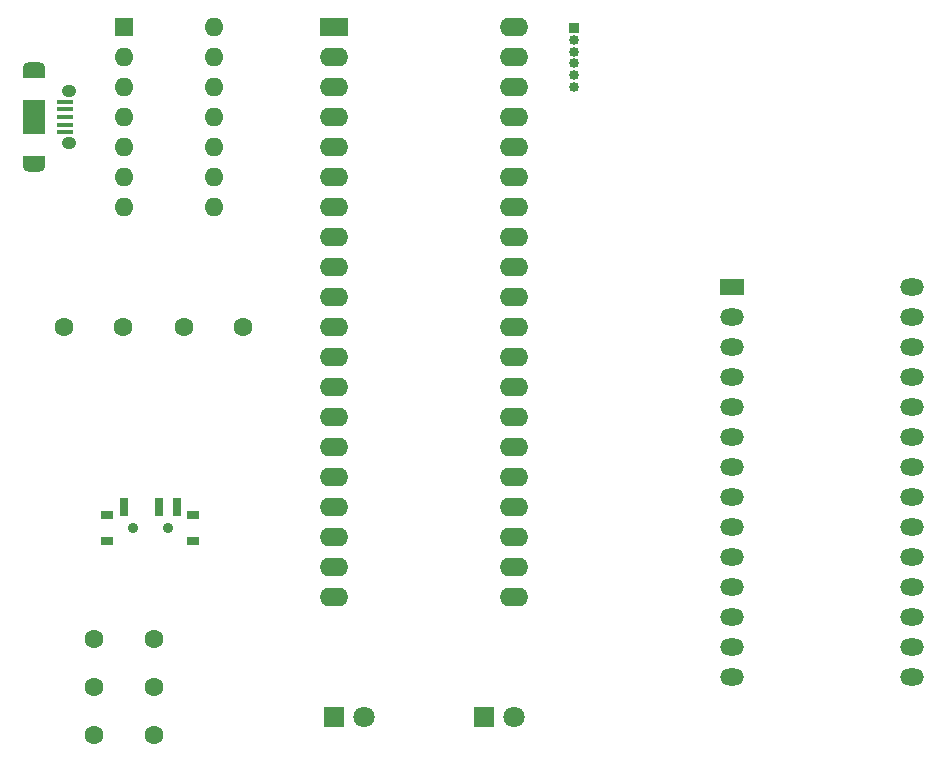
<source format=gbr>
%TF.GenerationSoftware,KiCad,Pcbnew,7.0.5-0*%
%TF.CreationDate,2023-06-15T01:07:24+01:00*%
%TF.ProjectId,EEPROM Programmer,45455052-4f4d-4205-9072-6f6772616d6d,rev?*%
%TF.SameCoordinates,Original*%
%TF.FileFunction,Soldermask,Top*%
%TF.FilePolarity,Negative*%
%FSLAX46Y46*%
G04 Gerber Fmt 4.6, Leading zero omitted, Abs format (unit mm)*
G04 Created by KiCad (PCBNEW 7.0.5-0) date 2023-06-15 01:07:24*
%MOMM*%
%LPD*%
G01*
G04 APERTURE LIST*
%ADD10R,2.400000X1.600000*%
%ADD11O,2.400000X1.600000*%
%ADD12C,1.600000*%
%ADD13R,2.000000X1.440000*%
%ADD14O,2.000000X1.440000*%
%ADD15R,1.000000X0.800000*%
%ADD16C,0.900000*%
%ADD17R,0.700000X1.500000*%
%ADD18R,1.350000X0.400000*%
%ADD19O,1.250000X1.050000*%
%ADD20R,1.900000X0.875000*%
%ADD21O,1.900000X1.000000*%
%ADD22R,1.900000X2.900000*%
%ADD23R,0.850000X0.850000*%
%ADD24O,0.850000X0.850000*%
%ADD25R,1.800000X1.800000*%
%ADD26C,1.800000*%
%ADD27R,1.600000X1.600000*%
%ADD28O,1.600000X1.600000*%
G04 APERTURE END LIST*
D10*
%TO.C,U1*%
X40640000Y-17780000D03*
D11*
X40640000Y-20320000D03*
X40640000Y-22860000D03*
X40640000Y-25400000D03*
X40640000Y-27940000D03*
X40640000Y-30480000D03*
X40640000Y-33020000D03*
X40640000Y-35560000D03*
X40640000Y-38100000D03*
X40640000Y-40640000D03*
X40640000Y-43180000D03*
X40640000Y-45720000D03*
X40640000Y-48260000D03*
X40640000Y-50800000D03*
X40640000Y-53340000D03*
X40640000Y-55880000D03*
X40640000Y-58420000D03*
X40640000Y-60960000D03*
X40640000Y-63500000D03*
X40640000Y-66040000D03*
X55880000Y-66040000D03*
X55880000Y-63500000D03*
X55880000Y-60960000D03*
X55880000Y-58420000D03*
X55880000Y-55880000D03*
X55880000Y-53340000D03*
X55880000Y-50800000D03*
X55880000Y-48260000D03*
X55880000Y-45720000D03*
X55880000Y-43180000D03*
X55880000Y-40640000D03*
X55880000Y-38100000D03*
X55880000Y-35560000D03*
X55880000Y-33020000D03*
X55880000Y-30480000D03*
X55880000Y-27940000D03*
X55880000Y-25400000D03*
X55880000Y-22860000D03*
X55880000Y-20320000D03*
X55880000Y-17780000D03*
%TD*%
D12*
%TO.C,C3*%
X27940000Y-43180000D03*
X32940000Y-43180000D03*
%TD*%
%TO.C,C2*%
X17780000Y-43180000D03*
X22780000Y-43180000D03*
%TD*%
D13*
%TO.C,U2*%
X74387500Y-39770000D03*
D14*
X74387500Y-42310000D03*
X74387500Y-44850000D03*
X74387500Y-47390000D03*
X74387500Y-49930000D03*
X74387500Y-52470000D03*
X74387500Y-55010000D03*
X74387500Y-57550000D03*
X74387500Y-60090000D03*
X74387500Y-62630000D03*
X74387500Y-65170000D03*
X74387500Y-67710000D03*
X74387500Y-70250000D03*
X74387500Y-72790000D03*
X89627500Y-72790000D03*
X89627500Y-70250000D03*
X89627500Y-67710000D03*
X89627500Y-65170000D03*
X89627500Y-62630000D03*
X89627500Y-60090000D03*
X89627500Y-57550000D03*
X89627500Y-55010000D03*
X89627500Y-52470000D03*
X89627500Y-49930000D03*
X89627500Y-47390000D03*
X89627500Y-44850000D03*
X89627500Y-42310000D03*
X89627500Y-39770000D03*
%TD*%
D15*
%TO.C,SW1*%
X28760000Y-59070000D03*
X21460000Y-61280000D03*
X28760000Y-61280000D03*
X21460000Y-59070000D03*
D16*
X26610000Y-60180000D03*
X23610000Y-60180000D03*
D17*
X22860000Y-58420000D03*
X25860000Y-58420000D03*
X27360000Y-58420000D03*
%TD*%
D12*
%TO.C,R3*%
X20320000Y-77750000D03*
X25400000Y-77750000D03*
%TD*%
%TO.C,R2*%
X20320000Y-73660000D03*
X25400000Y-73660000D03*
%TD*%
%TO.C,R1*%
X20320000Y-69570000D03*
X25400000Y-69570000D03*
%TD*%
D18*
%TO.C,J2*%
X17915000Y-26700000D03*
X17915000Y-26050000D03*
X17915000Y-25400000D03*
X17915000Y-24750000D03*
X17915000Y-24100000D03*
D19*
X18240000Y-27625000D03*
D20*
X15240000Y-21662500D03*
D21*
X15240000Y-21225000D03*
D19*
X18240000Y-23175000D03*
D21*
X15240000Y-29575000D03*
D20*
X15240000Y-29137500D03*
D22*
X15240000Y-25400000D03*
%TD*%
D23*
%TO.C,J1*%
X60960000Y-17860000D03*
D24*
X60960000Y-18860000D03*
X60960000Y-19860000D03*
X60960000Y-20860000D03*
X60960000Y-21860000D03*
X60960000Y-22860000D03*
%TD*%
D25*
%TO.C,D2*%
X53340000Y-76200000D03*
D26*
X55880000Y-76200000D03*
%TD*%
D25*
%TO.C,D1*%
X40640000Y-76200000D03*
D26*
X43180000Y-76200000D03*
%TD*%
D27*
%TO.C,U3*%
X22860000Y-17780000D03*
D28*
X22860000Y-20320000D03*
X22860000Y-22860000D03*
X22860000Y-25400000D03*
X22860000Y-27940000D03*
X22860000Y-30480000D03*
X22860000Y-33020000D03*
X30480000Y-33020000D03*
X30480000Y-30480000D03*
X30480000Y-27940000D03*
X30480000Y-25400000D03*
X30480000Y-22860000D03*
X30480000Y-20320000D03*
X30480000Y-17780000D03*
%TD*%
M02*

</source>
